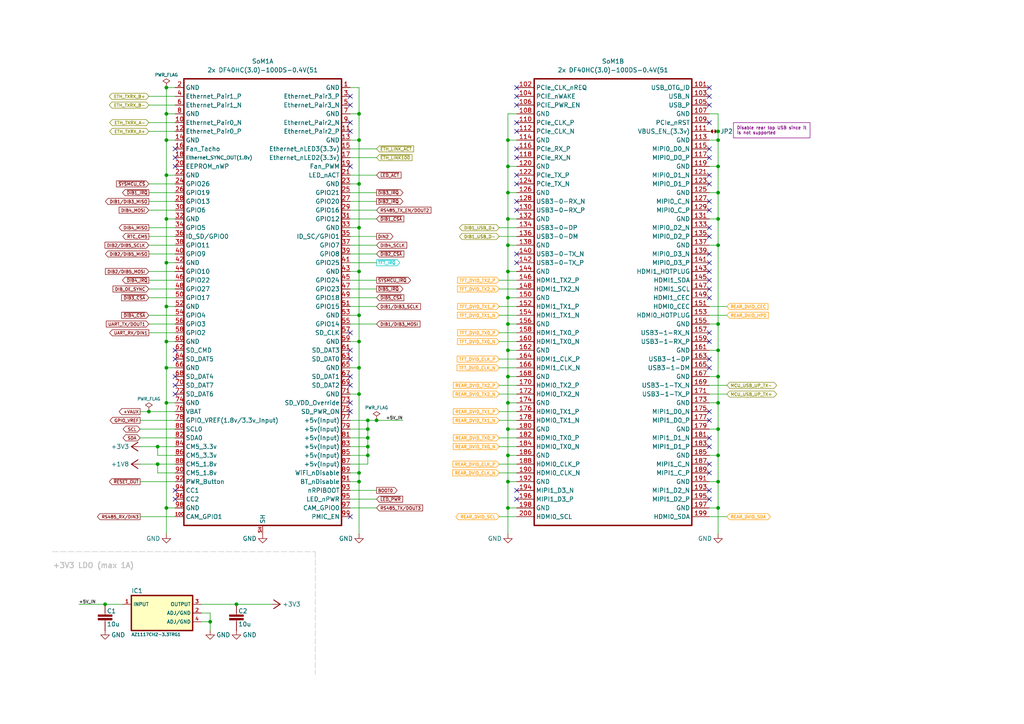
<source format=kicad_sch>
(kicad_sch (version 20250114) (generator "eeschema") (generator_version "9.0")
  (paper "A4")
  (title_block (title "${project_name}") (date "2025-12-19") (rev "${project_version}") (company "${project_creator}") (comment 1 "${project_license}") (comment 2 "${project_info}") (comment 3 "${project_url}"))
  (lib_symbols
    (symbol "PCM_EEZ_ICs:AZ1117CH2-3.3TRG1"
      (property "Reference" "IC" (at 2.54 3.175 0))
      (property "Value" "AZ1117CH2-3.3TRG1" (at 2.54 -8.255 0))
      (symbol "AZ1117CH2-3.3TRG1_1_0"
        (rectangle (start 2.54 2.54) (end 20.32 -7.62) (stroke (width 0.4064)) (fill (type background)))
        (pin power_in line (at 0 0 0) (length 2.54) (name "INPUT") (number "1"))
        (pin power_out line (at 22.86 0 180) (length 2.54) (name "OUTPUT") (number "3"))
        (pin passive line (at 22.86 -2.54 180) (length 2.54) (name "ADJ/GND") (number "2"))
        (pin passive line (at 22.86 -5.08 180) (length 2.54) (name "ADJ/GND") (number "4"))
      )
    )
    (symbol "PCM_EEZ_connectors:Raspberry Pi CM5 (SoM)"
      (property "Reference" "SoM" (at 0 0.635 0))
      (property "Value" "2x DF40C-100DP-0.4V(51)" (at 0 -130.175 0))
      (symbol "Raspberry Pi CM5 (SoM)_1_1"
        (rectangle (start 0 0) (end 45.72 -129.54) (stroke (width 0.4064)))
        (pin power_in line (at -2.54 -2.54 0) (length 2.54) (name "GND") (number "2"))
        (pin passive line (at -2.54 -5.08 0) (length 2.54) (name "Ethernet_Pair1_P") (number "4"))
        (pin passive line (at -2.54 -7.62 0) (length 2.54) (name "Ethernet_Pair1_N") (number "6"))
        (pin power_in line (at -2.54 -10.16 0) (length 2.54) (name "GND") (number "8"))
        (pin passive line (at -2.54 -12.7 0) (length 2.54) (name "Ethernet_Pair0_N") (number "10"))
        (pin passive line (at -2.54 -15.24 0) (length 2.54) (name "Ethernet_Pair0_P") (number "12"))
        (pin power_in line (at -2.54 -17.78 0) (length 2.54) (name "GND") (number "14"))
        (pin input line (at -2.54 -20.32 0) (length 2.54) (name "Fan_Tacho") (number "16"))
        (pin output line (at -2.54 -22.86 0) (length 2.54) (name "Ethernet_SYNC_OUT(1.8v)") (number "18"))
        (pin passive line (at -2.54 -25.4 0) (length 2.54) (name "EEPROM_nWP") (number "20"))
        (pin power_in line (at -2.54 -27.94 0) (length 2.54) (name "GND") (number "22"))
        (pin passive line (at -2.54 -30.48 0) (length 2.54) (name "GPIO26") (number "24"))
        (pin passive line (at -2.54 -33.02 0) (length 2.54) (name "GPIO19") (number "26"))
        (pin passive line (at -2.54 -35.56 0) (length 2.54) (name "GPIO13") (number "28"))
        (pin passive line (at -2.54 -38.1 0) (length 2.54) (name "GPIO6") (number "30"))
        (pin power_in line (at -2.54 -40.64 0) (length 2.54) (name "GND") (number "32"))
        (pin passive line (at -2.54 -43.18 0) (length 2.54) (name "GPIO5") (number "34"))
        (pin passive line (at -2.54 -45.72 0) (length 2.54) (name "ID_SD/GPIO0") (number "36"))
        (pin passive line (at -2.54 -48.26 0) (length 2.54) (name "GPIO11") (number "38"))
        (pin passive line (at -2.54 -50.8 0) (length 2.54) (name "GPIO9") (number "40"))
        (pin power_in line (at -2.54 -53.34 0) (length 2.54) (name "GND") (number "42"))
        (pin passive line (at -2.54 -55.88 0) (length 2.54) (name "GPIO10") (number "44"))
        (pin passive line (at -2.54 -58.42 0) (length 2.54) (name "GPIO22") (number "46"))
        (pin passive line (at -2.54 -60.96 0) (length 2.54) (name "GPIO27") (number "48"))
        (pin passive line (at -2.54 -63.5 0) (length 2.54) (name "GPIO17") (number "50"))
        (pin power_in line (at -2.54 -66.04 0) (length 2.54) (name "GND") (number "52"))
        (pin passive line (at -2.54 -68.58 0) (length 2.54) (name "GPIO4") (number "54"))
        (pin passive line (at -2.54 -71.12 0) (length 2.54) (name "GPIO3") (number "56"))
        (pin passive line (at -2.54 -73.66 0) (length 2.54) (name "GPIO2") (number "58"))
        (pin power_in line (at -2.54 -76.2 0) (length 2.54) (name "GND") (number "60"))
        (pin passive line (at -2.54 -78.74 0) (length 2.54) (name "SD_CMD") (number "62"))
        (pin passive line (at -2.54 -81.28 0) (length 2.54) (name "SD_DAT5") (number "64"))
        (pin power_in line (at -2.54 -83.82 0) (length 2.54) (name "GND") (number "66"))
        (pin passive line (at -2.54 -86.36 0) (length 2.54) (name "SD_DAT4") (number "68"))
        (pin passive line (at -2.54 -88.9 0) (length 2.54) (name "SD_DAT7") (number "70"))
        (pin passive line (at -2.54 -91.44 0) (length 2.54) (name "SD_DAT6") (number "72"))
        (pin power_in line (at -2.54 -93.98 0) (length 2.54) (name "GND") (number "74"))
        (pin power_in line (at -2.54 -96.52 0) (length 2.54) (name "VBAT") (number "76"))
        (pin passive line (at -2.54 -99.06 0) (length 2.54) (name "GPIO_VREF(1.8v/3.3v_Input)") (number "78"))
        (pin passive line (at -2.54 -101.6 0) (length 2.54) (name "SCL0") (number "80"))
        (pin passive line (at -2.54 -104.14 0) (length 2.54) (name "SDA0") (number "82"))
        (pin passive line (at -2.54 -106.68 0) (length 2.54) (name "CM5_3.3v") (number "84"))
        (pin passive line (at -2.54 -109.22 0) (length 2.54) (name "CM5_3.3v") (number "86"))
        (pin passive line (at -2.54 -111.76 0) (length 2.54) (name "CM5_1.8v") (number "88"))
        (pin passive line (at -2.54 -114.3 0) (length 2.54) (name "CM5_1.8v") (number "90"))
        (pin passive line (at -2.54 -116.84 0) (length 2.54) (name "PWR_Button") (number "92"))
        (pin passive line (at -2.54 -119.38 0) (length 2.54) (name "CC1") (number "94"))
        (pin passive line (at -2.54 -121.92 0) (length 2.54) (name "CC2") (number "96"))
        (pin power_in line (at -2.54 -124.46 0) (length 2.54) (name "GND") (number "98"))
        (pin passive line (at -2.54 -127 0) (length 2.54) (name "CAM_GPIO1") (number "100"))
        (pin passive line (at 22.86 -132.08 90) (length 2.54) (name "SH") (number "SH"))
        (pin power_in line (at 48.26 -2.54 180) (length 2.54) (name "GND") (number "1"))
        (pin passive line (at 48.26 -5.08 180) (length 2.54) (name "Ethernet_Pair3_P") (number "3"))
        (pin passive line (at 48.26 -7.62 180) (length 2.54) (name "Ethernet_Pair3_N") (number "5"))
        (pin power_in line (at 48.26 -10.16 180) (length 2.54) (name "GND") (number "7"))
        (pin passive line (at 48.26 -12.7 180) (length 2.54) (name "Ethernet_Pair2_N") (number "9"))
        (pin passive line (at 48.26 -15.24 180) (length 2.54) (name "Ethernet_Pair2_P") (number "11"))
        (pin power_in line (at 48.26 -17.78 180) (length 2.54) (name "GND") (number "13"))
        (pin output line (at 48.26 -20.32 180) (length 2.54) (name "Ethernet_nLED3(3.3v)") (number "15"))
        (pin output line (at 48.26 -22.86 180) (length 2.54) (name "Ethernet_nLED2(3.3v)") (number "17"))
        (pin passive line (at 48.26 -25.4 180) (length 2.54) (name "Fan_PWM") (number "19"))
        (pin passive line (at 48.26 -27.94 180) (length 2.54) (name "LED_nACT") (number "21"))
        (pin power_in line (at 48.26 -30.48 180) (length 2.54) (name "GND") (number "23"))
        (pin passive line (at 48.26 -33.02 180) (length 2.54) (name "GPIO21") (number "25"))
        (pin passive line (at 48.26 -35.56 180) (length 2.54) (name "GPIO20") (number "27"))
        (pin passive line (at 48.26 -38.1 180) (length 2.54) (name "GPIO16") (number "29"))
        (pin passive line (at 48.26 -40.64 180) (length 2.54) (name "GPIO12") (number "31"))
        (pin power_in line (at 48.26 -43.18 180) (length 2.54) (name "GND") (number "33"))
        (pin passive line (at 48.26 -45.72 180) (length 2.54) (name "ID_SC/GPIO1") (number "35"))
        (pin passive line (at 48.26 -48.26 180) (length 2.54) (name "GPIO7") (number "37"))
        (pin passive line (at 48.26 -50.8 180) (length 2.54) (name "GPIO8") (number "39"))
        (pin passive line (at 48.26 -53.34 180) (length 2.54) (name "GPIO25") (number "41"))
        (pin power_in line (at 48.26 -55.88 180) (length 2.54) (name "GND") (number "43"))
        (pin passive line (at 48.26 -58.42 180) (length 2.54) (name "GPIO24") (number "45"))
        (pin passive line (at 48.26 -60.96 180) (length 2.54) (name "GPIO23") (number "47"))
        (pin passive line (at 48.26 -63.5 180) (length 2.54) (name "GPIO18") (number "49"))
        (pin passive line (at 48.26 -66.04 180) (length 2.54) (name "GPIO15") (number "51"))
        (pin power_in line (at 48.26 -68.58 180) (length 2.54) (name "GND") (number "53"))
        (pin passive line (at 48.26 -71.12 180) (length 2.54) (name "GPIO14") (number "55"))
        (pin passive line (at 48.26 -73.66 180) (length 2.54) (name "SD_CLK") (number "57"))
        (pin power_in line (at 48.26 -76.2 180) (length 2.54) (name "GND") (number "59"))
        (pin passive line (at 48.26 -78.74 180) (length 2.54) (name "SD_DAT3") (number "61"))
        (pin passive line (at 48.26 -81.28 180) (length 2.54) (name "SD_DAT0") (number "63"))
        (pin power_in line (at 48.26 -83.82 180) (length 2.54) (name "GND") (number "65"))
        (pin passive line (at 48.26 -86.36 180) (length 2.54) (name "SD_DAT1") (number "67"))
        (pin passive line (at 48.26 -88.9 180) (length 2.54) (name "SD_DAT2") (number "69"))
        (pin power_in line (at 48.26 -91.44 180) (length 2.54) (name "GND") (number "71"))
        (pin input line (at 48.26 -93.98 180) (length 2.54) (name "SD_VDD_Override") (number "73"))
        (pin output line (at 48.26 -96.52 180) (length 2.54) (name "SD_PWR_ON") (number "75"))
        (pin power_in line (at 48.26 -99.06 180) (length 2.54) (name "+5v(Input)") (number "77"))
        (pin power_in line (at 48.26 -101.6 180) (length 2.54) (name "+5v(Input)") (number "79"))
        (pin power_in line (at 48.26 -104.14 180) (length 2.54) (name "+5v(Input)") (number "81"))
        (pin power_in line (at 48.26 -106.68 180) (length 2.54) (name "+5v(Input)") (number "83"))
        (pin power_in line (at 48.26 -109.22 180) (length 2.54) (name "+5v(Input)") (number "85"))
        (pin power_in line (at 48.26 -111.76 180) (length 2.54) (name "+5v(Input)") (number "87"))
        (pin power_in line (at 48.26 -114.3 180) (length 2.54) (name "WiFi_nDisable") (number "89"))
        (pin power_in line (at 48.26 -116.84 180) (length 2.54) (name "BT_nDisable") (number "91"))
        (pin input line (at 48.26 -119.38 180) (length 2.54) (name "nRPIBOOT") (number "93"))
        (pin output line (at 48.26 -121.92 180) (length 2.54) (name "LED_nPWR") (number "95"))
        (pin passive line (at 48.26 -124.46 180) (length 2.54) (name "CAM_GPIO0") (number "97"))
        (pin input line (at 48.26 -127 180) (length 2.54) (name "PMIC_EN") (number "99"))
      )
      (symbol "Raspberry Pi CM5 (SoM)_2_1"
        (rectangle (start 0 0) (end 45.72 -129.54) (stroke (width 0.4064)))
        (pin input line (at -5.08 -2.54 0) (length 5.08) (name "PCIe_CLK_nREQ") (number "102"))
        (pin input line (at -5.08 -5.08 0) (length 5.08) (name "PCIE_nWAKE") (number "104"))
        (pin output line (at -5.08 -7.62 0) (length 5.08) (name "PCIE_PWR_EN") (number "106"))
        (pin power_in line (at -5.08 -10.16 0) (length 5.08) (name "GND") (number "108"))
        (pin output line (at -5.08 -12.7 0) (length 5.08) (name "PCIe_CLK_P") (number "110"))
        (pin output line (at -5.08 -15.24 0) (length 5.08) (name "PCIe_CLK_N") (number "112"))
        (pin power_in line (at -5.08 -17.78 0) (length 5.08) (name "GND") (number "114"))
        (pin input line (at -5.08 -20.32 0) (length 5.08) (name "PCIe_RX_P") (number "116"))
        (pin input line (at -5.08 -22.86 0) (length 5.08) (name "PCIe_RX_N") (number "118"))
        (pin power_in line (at -5.08 -25.4 0) (length 5.08) (name "GND") (number "120"))
        (pin output line (at -5.08 -27.94 0) (length 5.08) (name "PCIe_TX_P") (number "122"))
        (pin output line (at -5.08 -30.48 0) (length 5.08) (name "PCIe_TX_N") (number "124"))
        (pin power_in line (at -5.08 -33.02 0) (length 5.08) (name "GND") (number "126"))
        (pin input line (at -5.08 -35.56 0) (length 5.08) (name "USB3-0-RX_N") (number "128"))
        (pin input line (at -5.08 -38.1 0) (length 5.08) (name "USB3-0-RX_P") (number "130"))
        (pin power_in line (at -5.08 -40.64 0) (length 5.08) (name "GND") (number "132"))
        (pin passive line (at -5.08 -43.18 0) (length 5.08) (name "USB3-0-DP") (number "134"))
        (pin passive line (at -5.08 -45.72 0) (length 5.08) (name "USB3-0-DM") (number "136"))
        (pin power_in line (at -5.08 -48.26 0) (length 5.08) (name "GND") (number "138"))
        (pin output line (at -5.08 -50.8 0) (length 5.08) (name "USB3-0-TX_N") (number "140"))
        (pin output line (at -5.08 -53.34 0) (length 5.08) (name "USB3-0-TX_P") (number "142"))
        (pin power_in line (at -5.08 -55.88 0) (length 5.08) (name "GND") (number "144"))
        (pin output line (at -5.08 -58.42 0) (length 5.08) (name "HDMI1_TX2_P") (number "146"))
        (pin output line (at -5.08 -60.96 0) (length 5.08) (name "HDMI1_TX2_N") (number "148"))
        (pin power_in line (at -5.08 -63.5 0) (length 5.08) (name "GND") (number "150"))
        (pin output line (at -5.08 -66.04 0) (length 5.08) (name "HDMI1_TX1_P") (number "152"))
        (pin output line (at -5.08 -68.58 0) (length 5.08) (name "HDMI1_TX1_N") (number "154"))
        (pin power_in line (at -5.08 -71.12 0) (length 5.08) (name "GND") (number "156"))
        (pin output line (at -5.08 -73.66 0) (length 5.08) (name "HDMI1_TX0_P") (number "158"))
        (pin output line (at -5.08 -76.2 0) (length 5.08) (name "HDMI1_TX0_N") (number "160"))
        (pin power_in line (at -5.08 -78.74 0) (length 5.08) (name "GND") (number "162"))
        (pin output line (at -5.08 -81.28 0) (length 5.08) (name "HDMI1_CLK_P") (number "164"))
        (pin output line (at -5.08 -83.82 0) (length 5.08) (name "HDMI1_CLK_N") (number "166"))
        (pin power_in line (at -5.08 -86.36 0) (length 5.08) (name "GND") (number "168"))
        (pin output line (at -5.08 -88.9 0) (length 5.08) (name "HDMI0_TX2_P") (number "170"))
        (pin output line (at -5.08 -91.44 0) (length 5.08) (name "HDMI0_TX2_N") (number "172"))
        (pin power_in line (at -5.08 -93.98 0) (length 5.08) (name "GND") (number "174"))
        (pin output line (at -5.08 -96.52 0) (length 5.08) (name "HDMI0_TX1_P") (number "176"))
        (pin output line (at -5.08 -99.06 0) (length 5.08) (name "HDMI0_TX1_N") (number "178"))
        (pin power_in line (at -5.08 -101.6 0) (length 5.08) (name "GND") (number "180"))
        (pin output line (at -5.08 -104.14 0) (length 5.08) (name "HDMI0_TX0_P") (number "182"))
        (pin output line (at -5.08 -106.68 0) (length 5.08) (name "HDMI0_TX0_N") (number "184"))
        (pin power_in line (at -5.08 -109.22 0) (length 5.08) (name "GND") (number "186"))
        (pin output line (at -5.08 -111.76 0) (length 5.08) (name "HDMI0_CLK_P") (number "188"))
        (pin output line (at -5.08 -114.3 0) (length 5.08) (name "HDMI0_CLK_N") (number "190"))
        (pin power_in line (at -5.08 -116.84 0) (length 5.08) (name "GND") (number "192"))
        (pin passive line (at -5.08 -119.38 0) (length 5.08) (name "MIPI1_D3_N") (number "194"))
        (pin passive line (at -5.08 -121.92 0) (length 5.08) (name "MIPI1_D3_P") (number "196"))
        (pin power_in line (at -5.08 -124.46 0) (length 5.08) (name "GND") (number "198"))
        (pin open_collector line (at -5.08 -127 0) (length 5.08) (name "HDMI0_SCL") (number "200"))
        (pin input line (at 50.8 -2.54 180) (length 5.08) (name "USB_OTG_ID") (number "101"))
        (pin passive line (at 50.8 -5.08 180) (length 5.08) (name "USB_N") (number "103"))
        (pin passive line (at 50.8 -7.62 180) (length 5.08) (name "USB_P") (number "105"))
        (pin power_in line (at 50.8 -10.16 180) (length 5.08) (name "GND") (number "107"))
        (pin bidirectional line (at 50.8 -12.7 180) (length 5.08) (name "PCIe_nRST") (number "109"))
        (pin output line (at 50.8 -15.24 180) (length 5.08) (name "VBUS_EN_(3.3v)") (number "111"))
        (pin power_in line (at 50.8 -17.78 180) (length 5.08) (name "GND") (number "113"))
        (pin passive line (at 50.8 -20.32 180) (length 5.08) (name "MIPI0_D0_N") (number "115"))
        (pin passive line (at 50.8 -22.86 180) (length 5.08) (name "MIPI0_D0_P") (number "117"))
        (pin power_in line (at 50.8 -25.4 180) (length 5.08) (name "GND") (number "119"))
        (pin passive line (at 50.8 -27.94 180) (length 5.08) (name "MIPI0_D1_N") (number "121"))
        (pin passive line (at 50.8 -30.48 180) (length 5.08) (name "MIPI0_D1_P") (number "123"))
        (pin power_in line (at 50.8 -33.02 180) (length 5.08) (name "GND") (number "125"))
        (pin passive line (at 50.8 -35.56 180) (length 5.08) (name "MIPI0_C_N") (number "127"))
        (pin passive line (at 50.8 -38.1 180) (length 5.08) (name "MIPI0_C_P") (number "129"))
        (pin power_in line (at 50.8 -40.64 180) (length 5.08) (name "GND") (number "131"))
        (pin passive line (at 50.8 -43.18 180) (length 5.08) (name "MIPI0_D2_N") (number "133"))
        (pin passive line (at 50.8 -45.72 180) (length 5.08) (name "MIPI0_D2_P") (number "135"))
        (pin power_in line (at 50.8 -48.26 180) (length 5.08) (name "GND") (number "137"))
        (pin passive line (at 50.8 -50.8 180) (length 5.08) (name "MIPI0_D3_N") (number "139"))
        (pin passive line (at 50.8 -53.34 180) (length 5.08) (name "MIPI0_D3_P") (number "141"))
        (pin input line (at 50.8 -55.88 180) (length 5.08) (name "HDMI1_HOTPLUG") (number "143"))
        (pin bidirectional line (at 50.8 -58.42 180) (length 5.08) (name "HDMI1_SDA") (number "145"))
        (pin open_collector line (at 50.8 -60.96 180) (length 5.08) (name "HDMI1_SCL") (number "147"))
        (pin open_collector line (at 50.8 -63.5 180) (length 5.08) (name "HDMI1_CEC") (number "149"))
        (pin open_collector line (at 50.8 -66.04 180) (length 5.08) (name "HDMI0_CEC") (number "151"))
        (pin input line (at 50.8 -68.58 180) (length 5.08) (name "HDMI0_HOTPLUG") (number "153"))
        (pin power_in line (at 50.8 -71.12 180) (length 5.08) (name "GND") (number "155"))
        (pin input line (at 50.8 -73.66 180) (length 5.08) (name "USB3-1-RX_N") (number "157"))
        (pin input line (at 50.8 -76.2 180) (length 5.08) (name "USB3-1-RX_P") (number "159"))
        (pin power_in line (at 50.8 -78.74 180) (length 5.08) (name "GND") (number "161"))
        (pin passive line (at 50.8 -81.28 180) (length 5.08) (name "USB3-1-DP") (number "163"))
        (pin passive line (at 50.8 -83.82 180) (length 5.08) (name "USB3-1-DM") (number "165"))
        (pin power_in line (at 50.8 -86.36 180) (length 5.08) (name "GND") (number "167"))
        (pin output line (at 50.8 -88.9 180) (length 5.08) (name "USB3-1-TX_N") (number "169"))
        (pin output line (at 50.8 -91.44 180) (length 5.08) (name "USB3-1-TX_P") (number "171"))
        (pin power_in line (at 50.8 -93.98 180) (length 5.08) (name "GND") (number "173"))
        (pin passive line (at 50.8 -96.52 180) (length 5.08) (name "MIPI1_D0_N") (number "175"))
        (pin passive line (at 50.8 -99.06 180) (length 5.08) (name "MIPI1_D0_P") (number "177"))
        (pin power_in line (at 50.8 -101.6 180) (length 5.08) (name "GND") (number "179"))
        (pin passive line (at 50.8 -104.14 180) (length 5.08) (name "MIPI1_D1_N") (number "181"))
        (pin passive line (at 50.8 -106.68 180) (length 5.08) (name "MIPI1_D1_P") (number "183"))
        (pin power_in line (at 50.8 -109.22 180) (length 5.08) (name "GND") (number "185"))
        (pin output line (at 50.8 -111.76 180) (length 5.08) (name "MIPI1_C_N") (number "187"))
        (pin output line (at 50.8 -114.3 180) (length 5.08) (name "MIPI1_C_P") (number "189"))
        (pin power_in line (at 50.8 -116.84 180) (length 5.08) (name "GND") (number "191"))
        (pin passive line (at 50.8 -119.38 180) (length 5.08) (name "MIPI1_D2_N") (number "193"))
        (pin passive line (at 50.8 -121.92 180) (length 5.08) (name "MIPI1_D2_P") (number "195"))
        (pin power_in line (at 50.8 -124.46 180) (length 5.08) (name "GND") (number "197"))
        (pin bidirectional line (at 50.8 -127 180) (length 5.08) (name "HDMI0_SDA") (number "199"))
      )
    )
    (symbol "PCM_EEZ_passives:C-EU"
      (property "Reference" "C" (at 1.27 0.635 0))
      (symbol "C-EU_1_0"
        (rectangle (start -2.032 -0.508) (end 2.032 -1.016) (fill (type outline)))
        (rectangle (start -2.032 -2.032) (end 2.032 -1.524) (fill (type outline)))
        (polyline (pts (xy 0 0) (xy 0 -0.508)) (stroke (width 0.1524)))
        (polyline (pts (xy 0 -2.54) (xy 0 -2.032)) (stroke (width 0.1524)))
        (pin passive line (at 0 2.54 270) (length 2.54) (name "1") (number "1"))
        (pin passive line (at 0 -5.08 90) (length 2.54) (name "2") (number "2"))
      )
    )
    (symbol "PCM_EEZ_symbols:+1V8" (power)
      (property "Value" "+1V8" (at 0 0.635 0))
      (symbol "+1V8_1_0"
        (polyline (pts (xy 0 0) (xy -1.27 -1.905)) (stroke (width 0.254)))
        (polyline (pts (xy 1.27 -1.905) (xy 0 0)) (stroke (width 0.254)))
        (pin power_in line (at 0 -2.54 90) (length 2.54) (name "+5V") (number "1"))
      )
    )
    (symbol "PCM_EEZ_symbols:+3V3" (power)
      (property "Value" "+3V3" (at 0 0.635 0))
      (symbol "+3V3_1_0"
        (polyline (pts (xy 0 0) (xy -1.27 -1.905)) (stroke (width 0.254)))
        (polyline (pts (xy 1.27 -1.905) (xy 0 0)) (stroke (width 0.254)))
        (pin power_in line (at 0 -2.54 90) (length 2.54) (name "+3V3") (number "1"))
      )
    )
    (symbol "PCM_EEZ_unsorted:JP2 shorted" (in_bom no)
      (property "Reference" "JP" (at -3.175 1.27 0))
      (symbol "JP2 shorted_1_0"
        (arc (start 1.016 -0.508) (mid 0.5102 0) (end 1.016 0.508) (stroke (width 0.0001)) (fill (type outline)))
        (arc (start 1.524 0.508) (mid 1.8832 0.3592) (end 2.032 0) (stroke (width 0.0001)) (fill (type outline)))
        (arc (start 2.032 0) (mid 1.8832 -0.3592) (end 1.524 -0.508) (stroke (width 0.0001)) (fill (type outline)))
        (polyline (pts (xy 1.778 0) (xy 0 0)) (stroke (width 0.1524)))
        (polyline (pts (xy 2.54 0) (xy 1.778 0)) (stroke (width 0.1524)))
        (pin passive line (at 0 0 270) (length 0) (name "1") (number "1"))
        (pin passive line (at 2.54 0 270) (length 0) (name "2") (number "2"))
      )
    )
    (symbol "power:GND" (power) (pin_numbers (hide yes)) (pin_names (offset 0) (hide yes))
      (property "Value" "GND" (at 0 -3.81 0))
      (symbol "GND_0_1"
        (polyline (pts (xy 0 0) (xy 0 -1.27) (xy 1.27 -1.27) (xy 0 -2.54) (xy -1.27 -1.27) (xy 0 -1.27)))
      )
      (symbol "GND_1_1"
        (pin power_in line (at 0 0 270) (length 0) (name "~") (number "1"))
      )
    )
    (symbol "power:PWR_FLAG" (power) (pin_numbers (hide yes)) (pin_names (offset 0) (hide yes))
      (property "Value" "PWR_FLAG" (at 0 3.81 0))
      (symbol "PWR_FLAG_0_0"
        (pin power_out line (at 0 0 90) (length 0) (name "~") (number "1"))
      )
      (symbol "PWR_FLAG_0_1"
        (polyline (pts (xy 0 0) (xy 0 1.27) (xy -1.016 1.905) (xy 0 2.54) (xy 1.016 1.905) (xy 0 1.27)))
      )
    )
  )
  (text "+3V3 LDO (max 1A)" (at 15.24 165.1 0) (effects (font (size 1.524 1.524) (thickness 0.3048) (bold yes)) (justify left bottom)))
  (text_box "Disable rear top USB since it\nis not supported" (at 212.725 35.56 0) (size 22.225 4.445) (margins 0.9525 0.9525 0.9525 0.9525) (stroke (width 0) (color 132 0 132 1)) (effects (font (size 0.889 0.889)) (justify left top)))
  (junction (at 104.14 66.04))
  (junction (at 106.68 124.46))
  (junction (at 208.28 55.88))
  (junction (at 48.26 25.4))
  (junction (at 147.32 147.32))
  (junction (at 147.32 132.08))
  (junction (at 104.14 106.68))
  (junction (at 104.14 137.16))
  (junction (at 48.26 40.64))
  (junction (at 208.28 139.7))
  (junction (at 106.68 121.92))
  (junction (at 48.26 76.2))
  (junction (at 208.28 40.64))
  (junction (at 104.14 78.74))
  (junction (at 104.14 40.64))
  (junction (at 147.32 78.74))
  (junction (at 48.26 106.68))
  (junction (at 48.26 116.84))
  (junction (at 147.32 86.36))
  (junction (at 104.14 91.44))
  (junction (at 106.68 127))
  (junction (at 45.72 129.54))
  (junction (at 48.26 63.5))
  (junction (at 48.26 88.9))
  (junction (at 106.68 129.54))
  (junction (at 147.32 93.98))
  (junction (at 147.32 101.6))
  (junction (at 147.32 63.5))
  (junction (at 147.32 109.22))
  (junction (at 147.32 40.64))
  (junction (at 208.28 38.1))
  (junction (at 147.32 48.26))
  (junction (at 48.26 33.02))
  (junction (at 208.28 147.32))
  (junction (at 48.26 50.8))
  (junction (at 208.28 71.12))
  (junction (at 30.48 175.26))
  (junction (at 208.28 48.26))
  (junction (at 109.22 121.92))
  (junction (at 104.14 53.34))
  (junction (at 147.32 139.7))
  (junction (at 104.14 114.3))
  (junction (at 208.28 109.22))
  (junction (at 208.28 116.84))
  (junction (at 147.32 55.88))
  (junction (at 147.32 71.12))
  (junction (at 60.96 180.34))
  (junction (at 104.14 33.02))
  (junction (at 43.18 119.38))
  (junction (at 104.14 139.7))
  (junction (at 104.14 99.06))
  (junction (at 208.28 63.5))
  (junction (at 147.32 116.84))
  (junction (at 208.28 132.08))
  (junction (at 68.58 175.26))
  (junction (at 48.26 147.32))
  (junction (at 147.32 124.46))
  (junction (at 208.28 93.98))
  (junction (at 208.28 124.46))
  (junction (at 106.68 132.08))
  (junction (at 45.72 134.62))
  (junction (at 48.26 99.06))
  (junction (at 208.28 101.6))
  (no_connect (at 205.74 76.2))
  (no_connect (at 101.6 35.56))
  (no_connect (at 101.6 30.48))
  (no_connect (at 101.6 96.52))
  (no_connect (at 50.8 45.72))
  (no_connect (at 101.6 104.14))
  (no_connect (at 205.74 119.38))
  (no_connect (at 101.6 27.94))
  (no_connect (at 205.74 137.16))
  (no_connect (at 205.74 99.06))
  (no_connect (at 149.86 45.72))
  (no_connect (at 149.86 38.1))
  (no_connect (at 101.6 111.76))
  (no_connect (at 149.86 58.42))
  (no_connect (at 149.86 73.66))
  (no_connect (at 149.86 25.4))
  (no_connect (at 205.74 68.58))
  (no_connect (at 50.8 144.78))
  (no_connect (at 205.74 27.94))
  (no_connect (at 205.74 129.54))
  (no_connect (at 101.6 119.38))
  (no_connect (at 205.74 43.18))
  (no_connect (at 101.6 101.6))
  (no_connect (at 149.86 50.8))
  (no_connect (at 205.74 30.48))
  (no_connect (at 101.6 48.26))
  (no_connect (at 149.86 76.2))
  (no_connect (at 205.74 78.74))
  (no_connect (at 205.74 81.28))
  (no_connect (at 149.86 60.96))
  (no_connect (at 101.6 149.86))
  (no_connect (at 50.8 104.14))
  (no_connect (at 205.74 73.66))
  (no_connect (at 50.8 111.76))
  (no_connect (at 50.8 101.6))
  (no_connect (at 205.74 53.34))
  (no_connect (at 205.74 58.42))
  (no_connect (at 101.6 109.22))
  (no_connect (at 205.74 50.8))
  (no_connect (at 205.74 86.36))
  (no_connect (at 149.86 27.94))
  (no_connect (at 205.74 45.72))
  (no_connect (at 205.74 127))
  (no_connect (at 101.6 38.1))
  (no_connect (at 149.86 43.18))
  (no_connect (at 149.86 142.24))
  (no_connect (at 205.74 121.92))
  (no_connect (at 149.86 144.78))
  (no_connect (at 205.74 142.24))
  (no_connect (at 50.8 114.3))
  (no_connect (at 205.74 35.56))
  (no_connect (at 50.8 142.24))
  (no_connect (at 205.74 83.82))
  (no_connect (at 205.74 66.04))
  (no_connect (at 205.74 144.78))
  (no_connect (at 149.86 30.48))
  (no_connect (at 50.8 48.26))
  (no_connect (at 205.74 25.4))
  (no_connect (at 50.8 109.22))
  (no_connect (at 50.8 43.18))
  (no_connect (at 205.74 106.68))
  (no_connect (at 205.74 96.52))
  (no_connect (at 205.74 104.14))
  (no_connect (at 205.74 60.96))
  (no_connect (at 149.86 35.56))
  (no_connect (at 205.74 134.62))
  (no_connect (at 149.86 53.34))
  (no_connect (at 101.6 116.84))
  (wire (pts (xy 144.78 68.58) (xy 149.86 68.58)))
  (polyline (pts (xy 15.24 160.02) (xy 91.44 160.02)) (stroke (width 0.1524) (type dash) (color 194 194 194 1)))
  (wire (pts (xy 147.32 40.64) (xy 149.86 40.64)))
  (wire (pts (xy 208.28 38.1) (xy 208.28 40.64)))
  (wire (pts (xy 147.32 124.46) (xy 149.86 124.46)))
  (wire (pts (xy 48.26 99.06) (xy 50.8 99.06)))
  (wire (pts (xy 40.64 121.92) (xy 50.8 121.92)))
  (wire (pts (xy 147.32 101.6) (xy 149.86 101.6)))
  (wire (pts (xy 104.14 139.7) (xy 104.14 154.94)))
  (wire (pts (xy 101.6 91.44) (xy 104.14 91.44)))
  (wire (pts (xy 205.74 101.6) (xy 208.28 101.6)))
  (wire (pts (xy 147.32 63.5) (xy 149.86 63.5)))
  (wire (pts (xy 147.32 33.02) (xy 149.86 33.02)))
  (wire (pts (xy 43.18 96.52) (xy 50.8 96.52)))
  (wire (pts (xy 147.32 147.32) (xy 147.32 154.94)))
  (wire (pts (xy 43.18 66.04) (xy 50.8 66.04)))
  (wire (pts (xy 35.56 175.26) (xy 30.48 175.26)))
  (wire (pts (xy 104.14 91.44) (xy 104.14 99.06)))
  (wire (pts (xy 147.32 109.22) (xy 147.32 116.84)))
  (wire (pts (xy 147.32 86.36) (xy 147.32 93.98)))
  (wire (pts (xy 104.14 114.3) (xy 104.14 137.16)))
  (wire (pts (xy 144.78 134.62) (xy 149.86 134.62)))
  (wire (pts (xy 147.32 101.6) (xy 147.32 109.22)))
  (wire (pts (xy 43.18 53.34) (xy 50.8 53.34)))
  (wire (pts (xy 40.64 139.7) (xy 50.8 139.7)))
  (wire (pts (xy 40.64 134.62) (xy 45.72 134.62)))
  (wire (pts (xy 147.32 86.36) (xy 149.86 86.36)))
  (wire (pts (xy 208.28 124.46) (xy 208.28 132.08)))
  (wire (pts (xy 144.78 111.76) (xy 149.86 111.76)))
  (wire (pts (xy 144.78 114.3) (xy 149.86 114.3)))
  (wire (pts (xy 147.32 78.74) (xy 149.86 78.74)))
  (wire (pts (xy 45.72 132.08) (xy 50.8 132.08)))
  (wire (pts (xy 48.26 63.5) (xy 48.26 76.2)))
  (wire (pts (xy 208.28 93.98) (xy 208.28 101.6)))
  (wire (pts (xy 43.18 86.36) (xy 50.8 86.36)))
  (wire (pts (xy 101.6 81.28) (xy 109.22 81.28)))
  (wire (pts (xy 144.78 99.06) (xy 149.86 99.06)))
  (wire (pts (xy 208.28 71.12) (xy 208.28 93.98)))
  (wire (pts (xy 101.6 114.3) (xy 104.14 114.3)))
  (wire (pts (xy 48.26 88.9) (xy 50.8 88.9)))
  (wire (pts (xy 144.78 129.54) (xy 149.86 129.54)))
  (wire (pts (xy 144.78 106.68) (xy 149.86 106.68)))
  (wire (pts (xy 101.6 71.12) (xy 109.22 71.12)))
  (wire (pts (xy 147.32 33.02) (xy 147.32 40.64)))
  (wire (pts (xy 205.74 147.32) (xy 208.28 147.32)))
  (wire (pts (xy 144.78 121.92) (xy 149.86 121.92)))
  (wire (pts (xy 101.6 55.88) (xy 109.22 55.88)))
  (wire (pts (xy 147.32 109.22) (xy 149.86 109.22)))
  (wire (pts (xy 43.18 60.96) (xy 50.8 60.96)))
  (wire (pts (xy 144.78 119.38) (xy 149.86 119.38)))
  (wire (pts (xy 205.74 116.84) (xy 208.28 116.84)))
  (wire (pts (xy 205.74 93.98) (xy 208.28 93.98)))
  (wire (pts (xy 147.32 63.5) (xy 147.32 71.12)))
  (wire (pts (xy 104.14 78.74) (xy 104.14 91.44)))
  (wire (pts (xy 106.68 127) (xy 106.68 129.54)))
  (wire (pts (xy 101.6 144.78) (xy 109.22 144.78)))
  (wire (pts (xy 58.42 177.8) (xy 60.96 177.8)))
  (wire (pts (xy 205.74 149.86) (xy 210.82 149.86)))
  (wire (pts (xy 58.42 180.34) (xy 60.96 180.34)))
  (wire (pts (xy 68.58 175.26) (xy 58.42 175.26)))
  (wire (pts (xy 147.32 132.08) (xy 147.32 139.7)))
  (wire (pts (xy 205.74 91.44) (xy 210.82 91.44)))
  (wire (pts (xy 101.6 86.36) (xy 109.22 86.36)))
  (wire (pts (xy 101.6 60.96) (xy 109.22 60.96)))
  (wire (pts (xy 101.6 106.68) (xy 104.14 106.68)))
  (wire (pts (xy 101.6 45.72) (xy 109.22 45.72)))
  (wire (pts (xy 109.22 121.92) (xy 116.84 121.92)))
  (wire (pts (xy 48.26 40.64) (xy 50.8 40.64)))
  (wire (pts (xy 40.64 129.54) (xy 45.72 129.54)))
  (wire (pts (xy 144.78 66.04) (xy 149.86 66.04)))
  (wire (pts (xy 45.72 129.54) (xy 45.72 132.08)))
  (wire (pts (xy 144.78 96.52) (xy 149.86 96.52)))
  (wire (pts (xy 205.74 111.76) (xy 210.82 111.76)))
  (wire (pts (xy 48.26 147.32) (xy 50.8 147.32)))
  (wire (pts (xy 147.32 48.26) (xy 149.86 48.26)))
  (wire (pts (xy 48.26 40.64) (xy 48.26 50.8)))
  (wire (pts (xy 106.68 121.92) (xy 109.22 121.92)))
  (wire (pts (xy 101.6 73.66) (xy 109.22 73.66)))
  (wire (pts (xy 43.18 91.44) (xy 50.8 91.44)))
  (wire (pts (xy 43.18 30.48) (xy 50.8 30.48)))
  (wire (pts (xy 104.14 25.4) (xy 104.14 33.02)))
  (wire (pts (xy 101.6 43.18) (xy 109.22 43.18)))
  (wire (pts (xy 101.6 76.2) (xy 109.22 76.2)))
  (wire (pts (xy 43.18 68.58) (xy 50.8 68.58)))
  (wire (pts (xy 208.28 132.08) (xy 208.28 139.7)))
  (wire (pts (xy 48.26 76.2) (xy 50.8 76.2)))
  (wire (pts (xy 101.6 121.92) (xy 106.68 121.92)))
  (wire (pts (xy 147.32 116.84) (xy 147.32 124.46)))
  (wire (pts (xy 208.28 116.84) (xy 208.28 124.46)))
  (wire (pts (xy 45.72 129.54) (xy 50.8 129.54)))
  (wire (pts (xy 43.18 93.98) (xy 50.8 93.98)))
  (wire (pts (xy 48.26 99.06) (xy 48.26 106.68)))
  (wire (pts (xy 101.6 99.06) (xy 104.14 99.06)))
  (wire (pts (xy 104.14 66.04) (xy 104.14 78.74)))
  (wire (pts (xy 205.74 71.12) (xy 208.28 71.12)))
  (wire (pts (xy 78.74 175.26) (xy 68.58 175.26)))
  (wire (pts (xy 205.74 124.46) (xy 208.28 124.46)))
  (wire (pts (xy 101.6 83.82) (xy 109.22 83.82)))
  (wire (pts (xy 43.18 119.38) (xy 50.8 119.38)))
  (wire (pts (xy 45.72 134.62) (xy 45.72 137.16)))
  (wire (pts (xy 147.32 124.46) (xy 147.32 132.08)))
  (wire (pts (xy 106.68 129.54) (xy 106.68 132.08)))
  (wire (pts (xy 144.78 149.86) (xy 149.86 149.86)))
  (wire (pts (xy 43.18 73.66) (xy 50.8 73.66)))
  (wire (pts (xy 101.6 58.42) (xy 109.22 58.42)))
  (wire (pts (xy 144.78 127) (xy 149.86 127)))
  (wire (pts (xy 147.32 71.12) (xy 147.32 78.74)))
  (wire (pts (xy 48.26 76.2) (xy 48.26 88.9)))
  (wire (pts (xy 101.6 53.34) (xy 104.14 53.34)))
  (wire (pts (xy 147.32 139.7) (xy 149.86 139.7)))
  (wire (pts (xy 104.14 53.34) (xy 104.14 66.04)))
  (wire (pts (xy 104.14 33.02) (xy 104.14 40.64)))
  (wire (pts (xy 101.6 40.64) (xy 104.14 40.64)))
  (wire (pts (xy 43.18 27.94) (xy 50.8 27.94)))
  (wire (pts (xy 205.74 139.7) (xy 208.28 139.7)))
  (wire (pts (xy 144.78 83.82) (xy 149.86 83.82)))
  (wire (pts (xy 40.64 149.86) (xy 50.8 149.86)))
  (wire (pts (xy 48.26 116.84) (xy 50.8 116.84)))
  (wire (pts (xy 48.26 147.32) (xy 48.26 154.94)))
  (wire (pts (xy 208.28 48.26) (xy 208.28 55.88)))
  (wire (pts (xy 104.14 40.64) (xy 104.14 53.34)))
  (wire (pts (xy 101.6 134.62) (xy 106.68 134.62)))
  (wire (pts (xy 48.26 33.02) (xy 48.26 40.64)))
  (wire (pts (xy 147.32 55.88) (xy 149.86 55.88)))
  (wire (pts (xy 144.78 81.28) (xy 149.86 81.28)))
  (wire (pts (xy 147.32 48.26) (xy 147.32 55.88)))
  (wire (pts (xy 106.68 121.92) (xy 106.68 124.46)))
  (wire (pts (xy 101.6 137.16) (xy 104.14 137.16)))
  (wire (pts (xy 101.6 88.9) (xy 109.22 88.9)))
  (wire (pts (xy 147.32 55.88) (xy 147.32 63.5)))
  (wire (pts (xy 101.6 124.46) (xy 106.68 124.46)))
  (wire (pts (xy 101.6 50.8) (xy 109.22 50.8)))
  (wire (pts (xy 104.14 137.16) (xy 104.14 139.7)))
  (polyline (pts (xy 91.44 160.02) (xy 91.44 195.58)) (stroke (width 0.1524) (type dash) (color 194 194 194 1)))
  (wire (pts (xy 48.26 63.5) (xy 50.8 63.5)))
  (wire (pts (xy 147.32 93.98) (xy 147.32 101.6)))
  (wire (pts (xy 101.6 132.08) (xy 106.68 132.08)))
  (wire (pts (xy 208.28 147.32) (xy 208.28 154.94)))
  (wire (pts (xy 205.74 114.3) (xy 210.82 114.3)))
  (wire (pts (xy 101.6 147.32) (xy 109.22 147.32)))
  (wire (pts (xy 208.28 40.64) (xy 208.28 48.26)))
  (wire (pts (xy 48.26 25.4) (xy 50.8 25.4)))
  (wire (pts (xy 101.6 127) (xy 106.68 127)))
  (wire (pts (xy 101.6 25.4) (xy 104.14 25.4)))
  (wire (pts (xy 40.64 124.46) (xy 50.8 124.46)))
  (wire (pts (xy 106.68 124.46) (xy 106.68 127)))
  (wire (pts (xy 45.72 137.16) (xy 50.8 137.16)))
  (wire (pts (xy 101.6 63.5) (xy 109.22 63.5)))
  (wire (pts (xy 43.18 78.74) (xy 50.8 78.74)))
  (wire (pts (xy 208.28 109.22) (xy 208.28 116.84)))
  (wire (pts (xy 48.26 25.4) (xy 48.26 33.02)))
  (wire (pts (xy 43.18 81.28) (xy 50.8 81.28)))
  (wire (pts (xy 205.74 63.5) (xy 208.28 63.5)))
  (wire (pts (xy 104.14 106.68) (xy 104.14 114.3)))
  (wire (pts (xy 48.26 116.84) (xy 48.26 147.32)))
  (wire (pts (xy 144.78 137.16) (xy 149.86 137.16)))
  (wire (pts (xy 106.68 132.08) (xy 106.68 134.62)))
  (wire (pts (xy 48.26 50.8) (xy 48.26 63.5)))
  (wire (pts (xy 43.18 35.56) (xy 50.8 35.56)))
  (wire (pts (xy 43.18 38.1) (xy 50.8 38.1)))
  (wire (pts (xy 205.74 40.64) (xy 208.28 40.64)))
  (wire (pts (xy 144.78 88.9) (xy 149.86 88.9)))
  (wire (pts (xy 147.32 147.32) (xy 149.86 147.32)))
  (wire (pts (xy 208.28 63.5) (xy 208.28 71.12)))
  (wire (pts (xy 101.6 66.04) (xy 104.14 66.04)))
  (wire (pts (xy 147.32 139.7) (xy 147.32 147.32)))
  (wire (pts (xy 205.74 55.88) (xy 208.28 55.88)))
  (wire (pts (xy 43.18 55.88) (xy 50.8 55.88)))
  (wire (pts (xy 101.6 68.58) (xy 109.22 68.58)))
  (wire (pts (xy 45.72 134.62) (xy 50.8 134.62)))
  (wire (pts (xy 30.48 175.26) (xy 22.86 175.26)))
  (wire (pts (xy 147.32 71.12) (xy 149.86 71.12)))
  (wire (pts (xy 101.6 139.7) (xy 104.14 139.7)))
  (wire (pts (xy 60.96 180.34) (xy 60.96 182.88)))
  (wire (pts (xy 43.18 58.42) (xy 50.8 58.42)))
  (wire (pts (xy 208.28 55.88) (xy 208.28 63.5)))
  (wire (pts (xy 208.28 33.02) (xy 208.28 38.1)))
  (wire (pts (xy 205.74 33.02) (xy 208.28 33.02)))
  (wire (pts (xy 40.64 119.38) (xy 43.18 119.38)))
  (wire (pts (xy 48.26 50.8) (xy 50.8 50.8)))
  (wire (pts (xy 48.26 88.9) (xy 48.26 99.06)))
  (wire (pts (xy 208.28 139.7) (xy 208.28 147.32)))
  (wire (pts (xy 48.26 106.68) (xy 48.26 116.84)))
  (wire (pts (xy 205.74 132.08) (xy 208.28 132.08)))
  (wire (pts (xy 43.18 83.82) (xy 50.8 83.82)))
  (wire (pts (xy 101.6 33.02) (xy 104.14 33.02)))
  (wire (pts (xy 208.28 101.6) (xy 208.28 109.22)))
  (wire (pts (xy 40.64 127) (xy 50.8 127)))
  (wire (pts (xy 205.74 88.9) (xy 210.82 88.9)))
  (wire (pts (xy 101.6 78.74) (xy 104.14 78.74)))
  (wire (pts (xy 101.6 93.98) (xy 109.22 93.98)))
  (wire (pts (xy 144.78 91.44) (xy 149.86 91.44)))
  (wire (pts (xy 144.78 104.14) (xy 149.86 104.14)))
  (wire (pts (xy 101.6 142.24) (xy 109.22 142.24)))
  (wire (pts (xy 60.96 177.8) (xy 60.96 180.34)))
  (wire (pts (xy 205.74 109.22) (xy 208.28 109.22)))
  (wire (pts (xy 48.26 106.68) (xy 50.8 106.68)))
  (wire (pts (xy 104.14 99.06) (xy 104.14 106.68)))
  (wire (pts (xy 48.26 33.02) (xy 50.8 33.02)))
  (wire (pts (xy 147.32 78.74) (xy 147.32 86.36)))
  (wire (pts (xy 147.32 93.98) (xy 149.86 93.98)))
  (wire (pts (xy 101.6 129.54) (xy 106.68 129.54)))
  (wire (pts (xy 147.32 132.08) (xy 149.86 132.08)))
  (wire (pts (xy 43.18 71.12) (xy 50.8 71.12)))
  (wire (pts (xy 147.32 116.84) (xy 149.86 116.84)))
  (wire (pts (xy 205.74 48.26) (xy 208.28 48.26)))
  (wire (pts (xy 147.32 40.64) (xy 147.32 48.26)))
  (label "+5V_IN" (at 116.84 121.92 180) (effects (font (size 0.889 0.889))))
  (label "+5V_IN" (at 22.86 175.26 0) (effects (font (size 0.889 0.889))))
  (global_label "TFT_DVID_CLK_N" (shape input) (at 144.78 106.68 180) (effects (font (size 0.889 0.889))) (property "Intersheetrefs" "${INTERSHEET_REFS}" (effects (hide yes))))
  (global_label "SCL" (shape bidirectional) (at 40.64 124.46 180) (effects (font (size 0.889 0.889))) (property "Intersheetrefs" "${INTERSHEET_REFS}" (effects (hide yes))))
  (global_label "+VAUX" (shape output) (at 40.64 119.38 180) (effects (font (size 0.889 0.889))) (property "Intersheetrefs" "${INTERSHEET_REFS}" (effects (hide yes))))
  (global_label "TFT_DVID_TX1_P" (shape input) (at 144.78 88.9 180) (effects (font (size 0.889 0.889))) (property "Intersheetrefs" "${INTERSHEET_REFS}" (effects (hide yes))))
  (global_label "DIN2" (shape output) (at 109.22 68.58 0) (effects (font (size 0.889 0.889))) (property "Intersheetrefs" "${INTERSHEET_REFS}" (effects (hide yes))))
  (global_label "REAR_DVID_TX1_P" (shape input) (at 144.78 119.38 180) (effects (font (size 0.889 0.889))) (property "Intersheetrefs" "${INTERSHEET_REFS}" (effects (hide yes))))
  (global_label "DIB1_USB_D+" (shape bidirectional) (at 144.78 66.04 180) (effects (font (size 0.889 0.889))) (property "Intersheetrefs" "${INTERSHEET_REFS}" (effects (hide yes))))
  (global_label "DIB1{slash}DIB3_MOSI" (shape input) (at 109.22 93.98 0) (effects (font (size 0.889 0.889))) (property "Intersheetrefs" "${INTERSHEET_REFS}" (effects (hide yes))))
  (global_label "~{SYSMCU_IRQ}" (shape output) (at 109.22 81.28 0) (effects (font (size 0.889 0.889))) (property "Intersheetrefs" "${INTERSHEET_REFS}" (effects (hide yes))))
  (global_label "TFT_DVID_TX0_N" (shape input) (at 144.78 99.06 180) (effects (font (size 0.889 0.889))) (property "Intersheetrefs" "${INTERSHEET_REFS}" (effects (hide yes))))
  (global_label "~{DIB4_IRQ}" (shape output) (at 43.18 81.28 180) (effects (font (size 0.889 0.889))) (property "Intersheetrefs" "${INTERSHEET_REFS}" (effects (hide yes))))
  (global_label "~{RESET_OUT}" (shape output) (at 40.64 139.7 180) (effects (font (size 0.889 0.889))) (property "Intersheetrefs" "${INTERSHEET_REFS}" (effects (hide yes))))
  (global_label "REAR_DVID_SCL" (shape bidirectional) (at 144.78 149.86 180) (effects (font (size 0.889 0.889))) (property "Intersheetrefs" "${INTERSHEET_REFS}" (effects (hide yes))))
  (global_label "REAR_DVID_CEC" (shape input) (at 210.82 88.9 0) (effects (font (size 0.889 0.889))) (property "Intersheetrefs" "${INTERSHEET_REFS}" (effects (hide yes))))
  (global_label "GPIO_VREF" (shape output) (at 40.64 121.92 180) (effects (font (size 0.889 0.889))) (property "Intersheetrefs" "${INTERSHEET_REFS}" (effects (hide yes))))
  (global_label "~{LED_ACT}" (shape input) (at 109.22 50.8 0) (effects (font (size 0.889 0.889))) (property "Intersheetrefs" "${INTERSHEET_REFS}" (effects (hide yes))))
  (global_label "TFT_DVID_TX0_P" (shape input) (at 144.78 96.52 180) (effects (font (size 0.889 0.889))) (property "Intersheetrefs" "${INTERSHEET_REFS}" (effects (hide yes))))
  (global_label "REAR_DVID_TX0_P" (shape input) (at 144.78 127 180) (effects (font (size 0.889 0.889))) (property "Intersheetrefs" "${INTERSHEET_REFS}" (effects (hide yes))))
  (global_label "REAR_DVID_TX1_N" (shape input) (at 144.78 121.92 180) (effects (font (size 0.889 0.889))) (property "Intersheetrefs" "${INTERSHEET_REFS}" (effects (hide yes))))
  (global_label "REAR_DVID_CLK_N" (shape input) (at 144.78 137.16 180) (effects (font (size 0.889 0.889))) (property "Intersheetrefs" "${INTERSHEET_REFS}" (effects (hide yes))))
  (global_label "~{DIB5_CSA}" (shape input) (at 109.22 86.36 0) (effects (font (size 0.889 0.889))) (property "Intersheetrefs" "${INTERSHEET_REFS}" (effects (hide yes))))
  (global_label "DIB4_MISO" (shape output) (at 43.18 66.04 180) (effects (font (size 0.889 0.889))) (property "Intersheetrefs" "${INTERSHEET_REFS}" (effects (hide yes))))
  (global_label "DIB1{slash}DIB3_SCLK" (shape input) (at 109.22 88.9 0) (effects (font (size 0.889 0.889))) (property "Intersheetrefs" "${INTERSHEET_REFS}" (effects (hide yes))))
  (global_label "DIB1_USB_D-" (shape bidirectional) (at 144.78 68.58 180) (effects (font (size 0.889 0.889))) (property "Intersheetrefs" "${INTERSHEET_REFS}" (effects (hide yes))))
  (global_label "REAR_DVID_CLK_P" (shape input) (at 144.78 134.62 180) (effects (font (size 0.889 0.889))) (property "Intersheetrefs" "${INTERSHEET_REFS}" (effects (hide yes))))
  (global_label "SDA" (shape bidirectional) (at 40.64 127 180) (effects (font (size 0.889 0.889))) (property "Intersheetrefs" "${INTERSHEET_REFS}" (effects (hide yes))))
  (global_label "~{DIB2_CSA}" (shape input) (at 109.22 73.66 0) (effects (font (size 0.889 0.889))) (property "Intersheetrefs" "${INTERSHEET_REFS}" (effects (hide yes))))
  (global_label "~{DIB5_IRQ}" (shape output) (at 109.22 83.82 0) (effects (font (size 0.889 0.889))) (property "Intersheetrefs" "${INTERSHEET_REFS}" (effects (hide yes))))
  (global_label "~{LED_PWR}" (shape input) (at 109.22 144.78 0) (effects (font (size 0.889 0.889))) (property "Intersheetrefs" "${INTERSHEET_REFS}" (effects (hide yes))))
  (global_label "REAR_DVID_SDA" (shape bidirectional) (at 210.82 149.86 0) (effects (font (size 0.889 0.889))) (property "Intersheetrefs" "${INTERSHEET_REFS}" (effects (hide yes))))
  (global_label "TFT_DVID_TX2_P" (shape input) (at 144.78 81.28 180) (effects (font (size 0.889 0.889))) (property "Intersheetrefs" "${INTERSHEET_REFS}" (effects (hide yes))))
  (global_label "DIB2{slash}DIB5_MISO" (shape output) (at 43.18 73.66 180) (effects (font (size 0.889 0.889))) (property "Intersheetrefs" "${INTERSHEET_REFS}" (effects (hide yes))))
  (global_label "BOOT0" (shape output) (at 109.22 142.24 0) (effects (font (size 0.889 0.889))) (property "Intersheetrefs" "${INTERSHEET_REFS}" (effects (hide yes))))
  (global_label "~{DIB1_CSA}" (shape input) (at 109.22 63.5 0) (effects (font (size 0.889 0.889))) (property "Intersheetrefs" "${INTERSHEET_REFS}" (effects (hide yes))))
  (global_label "~{ETH_LINK_ACT}" (shape input) (at 109.22 43.18 0) (effects (font (size 0.889 0.889))) (property "Intersheetrefs" "${INTERSHEET_REFS}" (effects (hide yes))))
  (global_label "~{SYSMCU_CS}" (shape input) (at 43.18 53.34 180) (effects (font (size 0.889 0.889))) (property "Intersheetrefs" "${INTERSHEET_REFS}" (effects (hide yes))))
  (global_label "DIB1{slash}DIB3_MISO" (shape output) (at 43.18 58.42 180) (effects (font (size 0.889 0.889))) (property "Intersheetrefs" "${INTERSHEET_REFS}" (effects (hide yes))))
  (global_label "DIB4_MOSI" (shape input) (at 43.18 60.96 180) (effects (font (size 0.889 0.889))) (property "Intersheetrefs" "${INTERSHEET_REFS}" (effects (hide yes))))
  (global_label "TFT_DVID_CLK_P" (shape input) (at 144.78 104.14 180) (effects (font (size 0.889 0.889))) (property "Intersheetrefs" "${INTERSHEET_REFS}" (effects (hide yes))))
  (global_label "REAR_DVID_TX2_N" (shape input) (at 144.78 114.3 180) (effects (font (size 0.889 0.889))) (property "Intersheetrefs" "${INTERSHEET_REFS}" (effects (hide yes))))
  (global_label "UART_RX{slash}DIN1" (shape output) (at 43.18 96.52 180) (effects (font (size 0.889 0.889))) (property "Intersheetrefs" "${INTERSHEET_REFS}" (effects (hide yes))))
  (global_label "ETH_TXRX_B+" (shape bidirectional) (at 43.18 27.94 180) (effects (font (size 0.889 0.889))) (property "Intersheetrefs" "${INTERSHEET_REFS}" (effects (hide yes))))
  (global_label "DIB2{slash}DIB5_MOSI" (shape input) (at 43.18 78.74 180) (effects (font (size 0.889 0.889))) (property "Intersheetrefs" "${INTERSHEET_REFS}" (effects (hide yes))))
  (global_label "RS485_RX{slash}DIN3" (shape output) (at 40.64 149.86 180) (effects (font (size 0.889 0.889))) (property "Intersheetrefs" "${INTERSHEET_REFS}" (effects (hide yes))))
  (global_label "~{DIB1_IRQ}" (shape output) (at 43.18 55.88 180) (effects (font (size 0.889 0.889))) (property "Intersheetrefs" "${INTERSHEET_REFS}" (effects (hide yes))))
  (global_label "~{DIB3_CSA}" (shape input) (at 43.18 86.36 180) (effects (font (size 0.889 0.889))) (property "Intersheetrefs" "${INTERSHEET_REFS}" (effects (hide yes))))
  (global_label "~{DIB3_IRQ}" (shape output) (at 109.22 55.88 0) (effects (font (size 0.889 0.889))) (property "Intersheetrefs" "${INTERSHEET_REFS}" (effects (hide yes))))
  (global_label "~{DIB2_IRQ}" (shape output) (at 109.22 58.42 0) (effects (font (size 0.889 0.889))) (property "Intersheetrefs" "${INTERSHEET_REFS}" (effects (hide yes))))
  (global_label "REAR_DVID_TX0_N" (shape input) (at 144.78 129.54 180) (effects (font (size 0.889 0.889))) (property "Intersheetrefs" "${INTERSHEET_REFS}" (effects (hide yes))))
  (global_label "~{DIB4_CSA}" (shape input) (at 43.18 91.44 180) (effects (font (size 0.889 0.889))) (property "Intersheetrefs" "${INTERSHEET_REFS}" (effects (hide yes))))
  (global_label "DIB4_SCLK" (shape input) (at 109.22 71.12 0) (effects (font (size 0.889 0.889))) (property "Intersheetrefs" "${INTERSHEET_REFS}" (effects (hide yes))))
  (global_label "ETH_TXRX_B-" (shape bidirectional) (at 43.18 30.48 180) (effects (font (size 0.889 0.889))) (property "Intersheetrefs" "${INTERSHEET_REFS}" (effects (hide yes))))
  (global_label "RS485_TX{slash}DOUT3" (shape input) (at 109.22 147.32 0) (effects (font (size 0.889 0.889))) (property "Intersheetrefs" "${INTERSHEET_REFS}" (effects (hide yes))))
  (global_label "UART_TX{slash}DOUT1" (shape input) (at 43.18 93.98 180) (effects (font (size 0.889 0.889))) (property "Intersheetrefs" "${INTERSHEET_REFS}" (effects (hide yes))))
  (global_label "DIB_OE_SYNC" (shape input) (at 43.18 83.82 180) (effects (font (size 0.889 0.889))) (property "Intersheetrefs" "${INTERSHEET_REFS}" (effects (hide yes))))
  (global_label "MCU_USB_UP_TX-" (shape bidirectional) (at 210.82 111.76 0) (effects (font (size 0.889 0.889))) (property "Intersheetrefs" "${INTERSHEET_REFS}" (effects (hide yes))))
  (global_label "MCU_USB_UP_TX+" (shape bidirectional) (at 210.82 114.3 0) (effects (font (size 0.889 0.889))) (property "Intersheetrefs" "${INTERSHEET_REFS}" (effects (hide yes))))
  (global_label "TFT_DVID_TX2_N" (shape input) (at 144.78 83.82 180) (effects (font (size 0.889 0.889))) (property "Intersheetrefs" "${INTERSHEET_REFS}" (effects (hide yes))))
  (global_label "REAR_DVID_HPD" (shape input) (at 210.82 91.44 0) (effects (font (size 0.889 0.889))) (property "Intersheetrefs" "${INTERSHEET_REFS}" (effects (hide yes))))
  (global_label "TFT_DVID_TX1_N" (shape input) (at 144.78 91.44 180) (effects (font (size 0.889 0.889))) (property "Intersheetrefs" "${INTERSHEET_REFS}" (effects (hide yes))))
  (global_label "~{ETH_LINK100}" (shape input) (at 109.22 45.72 0) (effects (font (size 0.889 0.889))) (property "Intersheetrefs" "${INTERSHEET_REFS}" (effects (hide yes))))
  (global_label "ETH_TXRX_A-" (shape bidirectional) (at 43.18 35.56 180) (effects (font (size 0.889 0.889))) (property "Intersheetrefs" "${INTERSHEET_REFS}" (effects (hide yes))))
  (global_label "RTC_CM5" (shape output) (at 43.18 68.58 180) (effects (font (size 0.889 0.889))) (property "Intersheetrefs" "${INTERSHEET_REFS}" (effects (hide yes))))
  (global_label "DIB2{slash}DIB5_SCLK" (shape input) (at 43.18 71.12 180) (effects (font (size 0.889 0.889))) (property "Intersheetrefs" "${INTERSHEET_REFS}" (effects (hide yes))))
  (global_label "REAR_DVID_TX2_P" (shape input) (at 144.78 111.76 180) (effects (font (size 0.889 0.889))) (property "Intersheetrefs" "${INTERSHEET_REFS}" (effects (hide yes))))
  (global_label "RS485_TX_EN{slash}DOUT2" (shape input) (at 109.22 60.96 0) (effects (font (size 0.889 0.889))) (property "Intersheetrefs" "${INTERSHEET_REFS}" (effects (hide yes))))
  (global_label "~{TFT_IRQ}" (shape output) (at 109.22 76.2 0) (effects (font (size 0.889 0.889))) (property "Intersheetrefs" "${INTERSHEET_REFS}" (effects (hide yes))))
  (global_label "ETH_TXRX_A+" (shape bidirectional) (at 43.18 38.1 180) (effects (font (size 0.889 0.889))) (property "Intersheetrefs" "${INTERSHEET_REFS}" (effects (hide yes))))
  (symbol (lib_id "power:GND") (at 104.14 154.94 0) (mirror y) (unit 1)
    (property "Reference" "#PWR06" (effects (hide yes)))
    (property "Value" "GND" (at 100.33 156.21 0))
    (property "Description" "Power symbol creates a global label with name \"GND\" , ground" (effects (hide yes)))
  )
  (symbol (lib_id "PCM_EEZ_ICs:AZ1117CH2-3.3TRG1") (at 35.56 175.26 0) (unit 1)
    (property "Reference" "IC1" (at 38.1 172.085 0) (effects (justify left bottom)))
    (property "Value" "AZ1117CH2-3.3TRG1" (at 38.1 183.515 0) (effects (font (size 0.889 0.889)) (justify left top)))
    (property "Footprint" "PCM_EEZ_SMD:SOT223" (effects (hide yes)))
    (property "Description" "3.3 V, 1A, 3-terminal regulator" (effects (hide yes)))
    (property "DigiKey" "31-AZ1117CH2-3.3TRG1CT-ND" (effects (hide yes)))
    (property "Mouser" "621-AZ1117CH2-33TRG1" (effects (hide yes)))
    (property "TME" "AZ1117CH2-3.3TRG1" (effects (hide yes)))
    (property "LCSC" "C108492" (effects (hide yes)))
  )
  (symbol (lib_id "power:GND") (at 30.48 182.88 0) (unit 1)
    (property "Reference" "#PWR01" (effects (hide yes)))
    (property "Value" "GND" (at 34.29 184.15 0))
    (property "Description" "Power symbol creates a global label with name \"GND\" , ground" (effects (hide yes)))
  )
  (symbol (lib_id "PCM_EEZ_symbols:+1V8") (at 38.1 134.62 90) (mirror x) (unit 1)
    (property "Reference" "#PWR02" (effects (hide yes)))
    (property "Value" "+1V8" (at 37.465 134.62 90) (effects (justify left)))
    (property "Description" "Power symbol creates a global label with name \"+1V8\"" (effects (hide yes)))
  )
  (symbol (lib_id "power:GND") (at 208.28 154.94 0) (mirror y) (unit 1)
    (property "Reference" "#PWR08" (effects (hide yes)))
    (property "Value" "GND" (at 204.47 156.21 0))
    (property "Description" "Power symbol creates a global label with name \"GND\" , ground" (effects (hide yes)))
  )
  (symbol (lib_id "PCM_EEZ_symbols:+3V3") (at 38.1 129.54 90) (unit 1)
    (property "Reference" "#+3V01" (effects (hide yes)))
    (property "Value" "+3V3" (at 37.465 129.54 90) (effects (justify left)))
    (property "Description" "Power symbol creates a global label with name \"+3V3\"" (effects (hide yes)))
  )
  (symbol (lib_id "power:PWR_FLAG") (at 43.18 119.38 0) (unit 1)
    (property "Reference" "#FLG01" (effects (hide yes)))
    (property "Value" "PWR_FLAG" (at 43.18 116.205 0) (effects (font (size 0.889 0.889)) (justify bottom)))
    (property "Description" "Special symbol for telling ERC where power comes from" (effects (hide yes)))
  )
  (symbol (lib_id "power:GND") (at 68.58 182.88 0) (unit 1)
    (property "Reference" "#PWR05" (effects (hide yes)))
    (property "Value" "GND" (at 72.39 184.15 0))
    (property "Description" "Power symbol creates a global label with name \"GND\" , ground" (effects (hide yes)))
  )
  (symbol (lib_id "PCM_EEZ_connectors:Raspberry Pi CM5 (SoM)") (at 53.34 22.86 0) (unit 1)
    (property "Reference" "SoM1" (at 76.2 17.78 0))
    (property "Value" "2x DF40HC(3.0)-100DS-0.4V(51" (at 76.2 20.32 0))
    (property "Footprint" "PCM_EEZ_connectors:Raspberry-Pi-CM5 (SoM)" (effects (hide yes)))
    (property "DigiKey" "H11614CT-ND" (effects (hide yes)))
    (property "Mouser" "798-DF40C100DP0.4V51" (effects (hide yes)))
    (property "TME" "DF40C-100DP-04V-51" (effects (hide yes)))
    (property "LCSC" "C531031" (effects (hide yes)))
  )
  (symbol (lib_id "PCM_EEZ_passives:C-EU") (at 30.48 180.34 180) (unit 1)
    (property "Reference" "C1" (at 30.988 177.9524 0) (effects (justify right top)))
    (property "Value" "10u" (at 30.988 181.7624 0) (effects (justify right top)))
    (property "Footprint" "PCM_EEZ_passives:C_0603_1608Metric" (effects (hide yes)))
    (property "DigiKey" "1276-1052-6-ND" (effects (hide yes)))
    (property "Mouser" "187-CL21A106KPFNNNE" (effects (hide yes)))
    (property "TME" "CL21A106KPFNNNE" (effects (hide yes)))
    (property "LCSC" "C17024" (effects (hide yes)))
  )
  (symbol (lib_id "power:GND") (at 60.96 182.88 0) (unit 1)
    (property "Reference" "#PWR04" (effects (hide yes)))
    (property "Value" "GND" (at 64.77 184.15 0))
    (property "Description" "Power symbol creates a global label with name \"GND\" , ground" (effects (hide yes)))
  )
  (symbol (lib_id "PCM_EEZ_unsorted:JP2 shorted") (at 205.74 38.1 0) (unit 1) (in_bom no)
    (property "Reference" "JP2" (at 208.915 38.1 0) (effects (justify left)))
    (property "Footprint" "PCM_EEZ_SMD:JP2 shorted (0603)" (effects (hide yes)))
  )
  (symbol (lib_id "power:PWR_FLAG") (at 109.22 121.92 0) (unit 1)
    (property "Reference" "#FLG03" (effects (hide yes)))
    (property "Value" "PWR_FLAG" (at 109.22 118.745 0) (effects (font (size 0.889 0.889)) (justify bottom)))
    (property "Description" "Special symbol for telling ERC where power comes from" (effects (hide yes)))
  )
  (symbol (lib_id "PCM_EEZ_connectors:Raspberry Pi CM5 (SoM)") (at 154.94 22.86 0) (unit 2)
    (property "Reference" "SoM1" (at 177.8 17.78 0))
    (property "Value" "2x DF40HC(3.0)-100DS-0.4V(51" (at 177.8 20.32 0))
    (property "Footprint" "PCM_EEZ_connectors:Raspberry-Pi-CM5 (SoM)" (effects (hide yes)))
    (property "DigiKey" "H11614CT-ND" (effects (hide yes)))
    (property "Mouser" "798-DF40C100DP0.4V51" (effects (hide yes)))
    (property "TME" "DF40C-100DP-04V-51" (effects (hide yes)))
    (property "LCSC" "C531031" (effects (hide yes)))
  )
  (symbol (lib_id "power:GND") (at 48.26 154.94 0) (mirror y) (unit 1)
    (property "Reference" "#PWR03" (effects (hide yes)))
    (property "Value" "GND" (at 44.45 156.21 0))
    (property "Description" "Power symbol creates a global label with name \"GND\" , ground" (effects (hide yes)))
  )
  (symbol (lib_id "power:GND") (at 147.32 154.94 0) (mirror y) (unit 1)
    (property "Reference" "#PWR07" (effects (hide yes)))
    (property "Value" "GND" (at 143.51 156.21 0))
    (property "Description" "Power symbol creates a global label with name \"GND\" , ground" (effects (hide yes)))
  )
  (symbol (lib_id "power:GND") (at 76.2 154.94 0) (mirror y) (unit 1)
    (property "Reference" "#PWR019" (effects (hide yes)))
    (property "Value" "GND" (at 72.39 156.21 0))
    (property "Description" "Power symbol creates a global label with name \"GND\" , ground" (effects (hide yes)))
  )
  (symbol (lib_id "PCM_EEZ_symbols:+3V3") (at 81.28 175.26 270) (mirror x) (unit 1)
    (property "Reference" "#+3V02" (effects (hide yes)))
    (property "Value" "+3V3" (at 81.915 175.26 90) (effects (justify left)))
    (property "Description" "Power symbol creates a global label with name \"+3V3\"" (effects (hide yes)))
  )
  (symbol (lib_id "PCM_EEZ_passives:C-EU") (at 68.58 180.34 180) (unit 1)
    (property "Reference" "C2" (at 69.088 177.9524 0) (effects (justify right top)))
    (property "Value" "10u" (at 69.088 181.7624 0) (effects (justify right top)))
    (property "Footprint" "PCM_EEZ_passives:C_0603_1608Metric" (effects (hide yes)))
    (property "DigiKey" "1276-1052-6-ND" (effects (hide yes)))
    (property "Mouser" "187-CL21A106KPFNNNE" (effects (hide yes)))
    (property "TME" "CL21A106KPFNNNE" (effects (hide yes)))
    (property "LCSC" "C17024" (effects (hide yes)))
  )
  (symbol (lib_id "power:PWR_FLAG") (at 48.26 25.4 0) (unit 1)
    (property "Reference" "#FLG02" (effects (hide yes)))
    (property "Value" "PWR_FLAG" (at 48.26 22.225 0) (effects (font (size 0.889 0.889)) (justify bottom)))
    (property "Description" "Special symbol for telling ERC where power comes from" (effects (hide yes)))
  )
)
</source>
